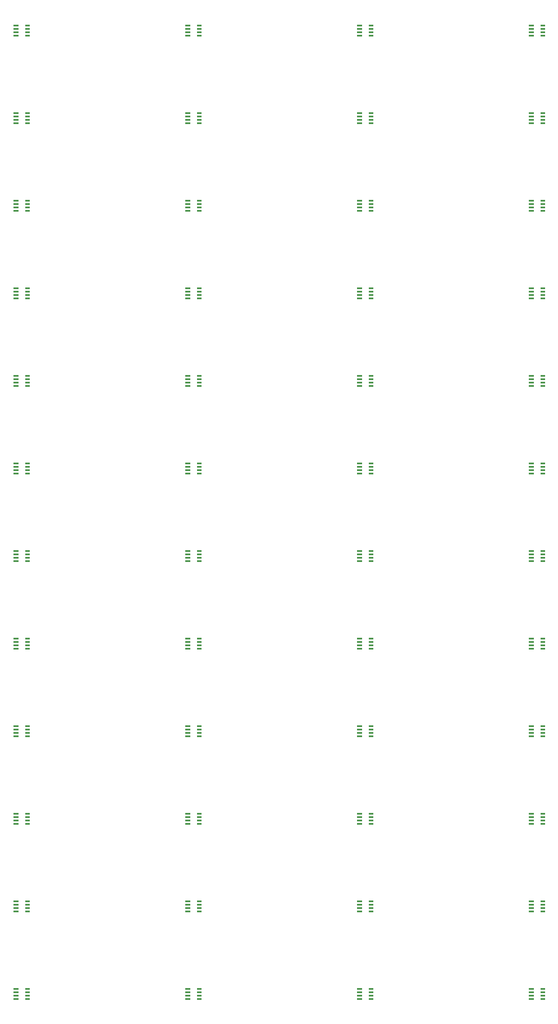
<source format=gbp>
G04 EAGLE Gerber RS-274X export*
G75*
%MOMM*%
%FSLAX34Y34*%
%LPD*%
%INSolderpaste Bottom*%
%IPPOS*%
%AMOC8*
5,1,8,0,0,1.08239X$1,22.5*%
G01*
%ADD10C,0.102000*%


D10*
X121200Y54890D02*
X115020Y54890D01*
X115020Y56870D01*
X121200Y56870D01*
X121200Y54890D01*
X121200Y55859D02*
X115020Y55859D01*
X115020Y56828D02*
X121200Y56828D01*
X121200Y59890D02*
X115020Y59890D01*
X115020Y61870D01*
X121200Y61870D01*
X121200Y59890D01*
X121200Y60859D02*
X115020Y60859D01*
X115020Y61828D02*
X121200Y61828D01*
X121200Y64890D02*
X115020Y64890D01*
X115020Y66870D01*
X121200Y66870D01*
X121200Y64890D01*
X121200Y65859D02*
X115020Y65859D01*
X115020Y66828D02*
X121200Y66828D01*
X121200Y69890D02*
X115020Y69890D01*
X115020Y71870D01*
X121200Y71870D01*
X121200Y69890D01*
X121200Y70859D02*
X115020Y70859D01*
X115020Y71828D02*
X121200Y71828D01*
X132220Y69890D02*
X138400Y69890D01*
X132220Y69890D02*
X132220Y71870D01*
X138400Y71870D01*
X138400Y69890D01*
X138400Y70859D02*
X132220Y70859D01*
X132220Y71828D02*
X138400Y71828D01*
X138400Y64890D02*
X132220Y64890D01*
X132220Y66870D01*
X138400Y66870D01*
X138400Y64890D01*
X138400Y65859D02*
X132220Y65859D01*
X132220Y66828D02*
X138400Y66828D01*
X138400Y59890D02*
X132220Y59890D01*
X132220Y61870D01*
X138400Y61870D01*
X138400Y59890D01*
X138400Y60859D02*
X132220Y60859D01*
X132220Y61828D02*
X138400Y61828D01*
X138400Y54890D02*
X132220Y54890D01*
X132220Y56870D01*
X138400Y56870D01*
X138400Y54890D01*
X138400Y55859D02*
X132220Y55859D01*
X132220Y56828D02*
X138400Y56828D01*
X374100Y54890D02*
X380280Y54890D01*
X374100Y54890D02*
X374100Y56870D01*
X380280Y56870D01*
X380280Y54890D01*
X380280Y55859D02*
X374100Y55859D01*
X374100Y56828D02*
X380280Y56828D01*
X380280Y59890D02*
X374100Y59890D01*
X374100Y61870D01*
X380280Y61870D01*
X380280Y59890D01*
X380280Y60859D02*
X374100Y60859D01*
X374100Y61828D02*
X380280Y61828D01*
X380280Y64890D02*
X374100Y64890D01*
X374100Y66870D01*
X380280Y66870D01*
X380280Y64890D01*
X380280Y65859D02*
X374100Y65859D01*
X374100Y66828D02*
X380280Y66828D01*
X380280Y69890D02*
X374100Y69890D01*
X374100Y71870D01*
X380280Y71870D01*
X380280Y69890D01*
X380280Y70859D02*
X374100Y70859D01*
X374100Y71828D02*
X380280Y71828D01*
X391300Y69890D02*
X397480Y69890D01*
X391300Y69890D02*
X391300Y71870D01*
X397480Y71870D01*
X397480Y69890D01*
X397480Y70859D02*
X391300Y70859D01*
X391300Y71828D02*
X397480Y71828D01*
X397480Y64890D02*
X391300Y64890D01*
X391300Y66870D01*
X397480Y66870D01*
X397480Y64890D01*
X397480Y65859D02*
X391300Y65859D01*
X391300Y66828D02*
X397480Y66828D01*
X397480Y59890D02*
X391300Y59890D01*
X391300Y61870D01*
X397480Y61870D01*
X397480Y59890D01*
X397480Y60859D02*
X391300Y60859D01*
X391300Y61828D02*
X397480Y61828D01*
X397480Y54890D02*
X391300Y54890D01*
X391300Y56870D01*
X397480Y56870D01*
X397480Y54890D01*
X397480Y55859D02*
X391300Y55859D01*
X391300Y56828D02*
X397480Y56828D01*
X633180Y54890D02*
X639360Y54890D01*
X633180Y54890D02*
X633180Y56870D01*
X639360Y56870D01*
X639360Y54890D01*
X639360Y55859D02*
X633180Y55859D01*
X633180Y56828D02*
X639360Y56828D01*
X639360Y59890D02*
X633180Y59890D01*
X633180Y61870D01*
X639360Y61870D01*
X639360Y59890D01*
X639360Y60859D02*
X633180Y60859D01*
X633180Y61828D02*
X639360Y61828D01*
X639360Y64890D02*
X633180Y64890D01*
X633180Y66870D01*
X639360Y66870D01*
X639360Y64890D01*
X639360Y65859D02*
X633180Y65859D01*
X633180Y66828D02*
X639360Y66828D01*
X639360Y69890D02*
X633180Y69890D01*
X633180Y71870D01*
X639360Y71870D01*
X639360Y69890D01*
X639360Y70859D02*
X633180Y70859D01*
X633180Y71828D02*
X639360Y71828D01*
X650380Y69890D02*
X656560Y69890D01*
X650380Y69890D02*
X650380Y71870D01*
X656560Y71870D01*
X656560Y69890D01*
X656560Y70859D02*
X650380Y70859D01*
X650380Y71828D02*
X656560Y71828D01*
X656560Y64890D02*
X650380Y64890D01*
X650380Y66870D01*
X656560Y66870D01*
X656560Y64890D01*
X656560Y65859D02*
X650380Y65859D01*
X650380Y66828D02*
X656560Y66828D01*
X656560Y59890D02*
X650380Y59890D01*
X650380Y61870D01*
X656560Y61870D01*
X656560Y59890D01*
X656560Y60859D02*
X650380Y60859D01*
X650380Y61828D02*
X656560Y61828D01*
X656560Y54890D02*
X650380Y54890D01*
X650380Y56870D01*
X656560Y56870D01*
X656560Y54890D01*
X656560Y55859D02*
X650380Y55859D01*
X650380Y56828D02*
X656560Y56828D01*
X892260Y54890D02*
X898440Y54890D01*
X892260Y54890D02*
X892260Y56870D01*
X898440Y56870D01*
X898440Y54890D01*
X898440Y55859D02*
X892260Y55859D01*
X892260Y56828D02*
X898440Y56828D01*
X898440Y59890D02*
X892260Y59890D01*
X892260Y61870D01*
X898440Y61870D01*
X898440Y59890D01*
X898440Y60859D02*
X892260Y60859D01*
X892260Y61828D02*
X898440Y61828D01*
X898440Y64890D02*
X892260Y64890D01*
X892260Y66870D01*
X898440Y66870D01*
X898440Y64890D01*
X898440Y65859D02*
X892260Y65859D01*
X892260Y66828D02*
X898440Y66828D01*
X898440Y69890D02*
X892260Y69890D01*
X892260Y71870D01*
X898440Y71870D01*
X898440Y69890D01*
X898440Y70859D02*
X892260Y70859D01*
X892260Y71828D02*
X898440Y71828D01*
X909460Y69890D02*
X915640Y69890D01*
X909460Y69890D02*
X909460Y71870D01*
X915640Y71870D01*
X915640Y69890D01*
X915640Y70859D02*
X909460Y70859D01*
X909460Y71828D02*
X915640Y71828D01*
X915640Y64890D02*
X909460Y64890D01*
X909460Y66870D01*
X915640Y66870D01*
X915640Y64890D01*
X915640Y65859D02*
X909460Y65859D01*
X909460Y66828D02*
X915640Y66828D01*
X915640Y59890D02*
X909460Y59890D01*
X909460Y61870D01*
X915640Y61870D01*
X915640Y59890D01*
X915640Y60859D02*
X909460Y60859D01*
X909460Y61828D02*
X915640Y61828D01*
X915640Y54890D02*
X909460Y54890D01*
X909460Y56870D01*
X915640Y56870D01*
X915640Y54890D01*
X915640Y55859D02*
X909460Y55859D01*
X909460Y56828D02*
X915640Y56828D01*
X121200Y186970D02*
X115020Y186970D01*
X115020Y188950D01*
X121200Y188950D01*
X121200Y186970D01*
X121200Y187939D02*
X115020Y187939D01*
X115020Y188908D02*
X121200Y188908D01*
X121200Y191970D02*
X115020Y191970D01*
X115020Y193950D01*
X121200Y193950D01*
X121200Y191970D01*
X121200Y192939D02*
X115020Y192939D01*
X115020Y193908D02*
X121200Y193908D01*
X121200Y196970D02*
X115020Y196970D01*
X115020Y198950D01*
X121200Y198950D01*
X121200Y196970D01*
X121200Y197939D02*
X115020Y197939D01*
X115020Y198908D02*
X121200Y198908D01*
X121200Y201970D02*
X115020Y201970D01*
X115020Y203950D01*
X121200Y203950D01*
X121200Y201970D01*
X121200Y202939D02*
X115020Y202939D01*
X115020Y203908D02*
X121200Y203908D01*
X132220Y201970D02*
X138400Y201970D01*
X132220Y201970D02*
X132220Y203950D01*
X138400Y203950D01*
X138400Y201970D01*
X138400Y202939D02*
X132220Y202939D01*
X132220Y203908D02*
X138400Y203908D01*
X138400Y196970D02*
X132220Y196970D01*
X132220Y198950D01*
X138400Y198950D01*
X138400Y196970D01*
X138400Y197939D02*
X132220Y197939D01*
X132220Y198908D02*
X138400Y198908D01*
X138400Y191970D02*
X132220Y191970D01*
X132220Y193950D01*
X138400Y193950D01*
X138400Y191970D01*
X138400Y192939D02*
X132220Y192939D01*
X132220Y193908D02*
X138400Y193908D01*
X138400Y186970D02*
X132220Y186970D01*
X132220Y188950D01*
X138400Y188950D01*
X138400Y186970D01*
X138400Y187939D02*
X132220Y187939D01*
X132220Y188908D02*
X138400Y188908D01*
X374100Y186970D02*
X380280Y186970D01*
X374100Y186970D02*
X374100Y188950D01*
X380280Y188950D01*
X380280Y186970D01*
X380280Y187939D02*
X374100Y187939D01*
X374100Y188908D02*
X380280Y188908D01*
X380280Y191970D02*
X374100Y191970D01*
X374100Y193950D01*
X380280Y193950D01*
X380280Y191970D01*
X380280Y192939D02*
X374100Y192939D01*
X374100Y193908D02*
X380280Y193908D01*
X380280Y196970D02*
X374100Y196970D01*
X374100Y198950D01*
X380280Y198950D01*
X380280Y196970D01*
X380280Y197939D02*
X374100Y197939D01*
X374100Y198908D02*
X380280Y198908D01*
X380280Y201970D02*
X374100Y201970D01*
X374100Y203950D01*
X380280Y203950D01*
X380280Y201970D01*
X380280Y202939D02*
X374100Y202939D01*
X374100Y203908D02*
X380280Y203908D01*
X391300Y201970D02*
X397480Y201970D01*
X391300Y201970D02*
X391300Y203950D01*
X397480Y203950D01*
X397480Y201970D01*
X397480Y202939D02*
X391300Y202939D01*
X391300Y203908D02*
X397480Y203908D01*
X397480Y196970D02*
X391300Y196970D01*
X391300Y198950D01*
X397480Y198950D01*
X397480Y196970D01*
X397480Y197939D02*
X391300Y197939D01*
X391300Y198908D02*
X397480Y198908D01*
X397480Y191970D02*
X391300Y191970D01*
X391300Y193950D01*
X397480Y193950D01*
X397480Y191970D01*
X397480Y192939D02*
X391300Y192939D01*
X391300Y193908D02*
X397480Y193908D01*
X397480Y186970D02*
X391300Y186970D01*
X391300Y188950D01*
X397480Y188950D01*
X397480Y186970D01*
X397480Y187939D02*
X391300Y187939D01*
X391300Y188908D02*
X397480Y188908D01*
X633180Y186970D02*
X639360Y186970D01*
X633180Y186970D02*
X633180Y188950D01*
X639360Y188950D01*
X639360Y186970D01*
X639360Y187939D02*
X633180Y187939D01*
X633180Y188908D02*
X639360Y188908D01*
X639360Y191970D02*
X633180Y191970D01*
X633180Y193950D01*
X639360Y193950D01*
X639360Y191970D01*
X639360Y192939D02*
X633180Y192939D01*
X633180Y193908D02*
X639360Y193908D01*
X639360Y196970D02*
X633180Y196970D01*
X633180Y198950D01*
X639360Y198950D01*
X639360Y196970D01*
X639360Y197939D02*
X633180Y197939D01*
X633180Y198908D02*
X639360Y198908D01*
X639360Y201970D02*
X633180Y201970D01*
X633180Y203950D01*
X639360Y203950D01*
X639360Y201970D01*
X639360Y202939D02*
X633180Y202939D01*
X633180Y203908D02*
X639360Y203908D01*
X650380Y201970D02*
X656560Y201970D01*
X650380Y201970D02*
X650380Y203950D01*
X656560Y203950D01*
X656560Y201970D01*
X656560Y202939D02*
X650380Y202939D01*
X650380Y203908D02*
X656560Y203908D01*
X656560Y196970D02*
X650380Y196970D01*
X650380Y198950D01*
X656560Y198950D01*
X656560Y196970D01*
X656560Y197939D02*
X650380Y197939D01*
X650380Y198908D02*
X656560Y198908D01*
X656560Y191970D02*
X650380Y191970D01*
X650380Y193950D01*
X656560Y193950D01*
X656560Y191970D01*
X656560Y192939D02*
X650380Y192939D01*
X650380Y193908D02*
X656560Y193908D01*
X656560Y186970D02*
X650380Y186970D01*
X650380Y188950D01*
X656560Y188950D01*
X656560Y186970D01*
X656560Y187939D02*
X650380Y187939D01*
X650380Y188908D02*
X656560Y188908D01*
X892260Y186970D02*
X898440Y186970D01*
X892260Y186970D02*
X892260Y188950D01*
X898440Y188950D01*
X898440Y186970D01*
X898440Y187939D02*
X892260Y187939D01*
X892260Y188908D02*
X898440Y188908D01*
X898440Y191970D02*
X892260Y191970D01*
X892260Y193950D01*
X898440Y193950D01*
X898440Y191970D01*
X898440Y192939D02*
X892260Y192939D01*
X892260Y193908D02*
X898440Y193908D01*
X898440Y196970D02*
X892260Y196970D01*
X892260Y198950D01*
X898440Y198950D01*
X898440Y196970D01*
X898440Y197939D02*
X892260Y197939D01*
X892260Y198908D02*
X898440Y198908D01*
X898440Y201970D02*
X892260Y201970D01*
X892260Y203950D01*
X898440Y203950D01*
X898440Y201970D01*
X898440Y202939D02*
X892260Y202939D01*
X892260Y203908D02*
X898440Y203908D01*
X909460Y201970D02*
X915640Y201970D01*
X909460Y201970D02*
X909460Y203950D01*
X915640Y203950D01*
X915640Y201970D01*
X915640Y202939D02*
X909460Y202939D01*
X909460Y203908D02*
X915640Y203908D01*
X915640Y196970D02*
X909460Y196970D01*
X909460Y198950D01*
X915640Y198950D01*
X915640Y196970D01*
X915640Y197939D02*
X909460Y197939D01*
X909460Y198908D02*
X915640Y198908D01*
X915640Y191970D02*
X909460Y191970D01*
X909460Y193950D01*
X915640Y193950D01*
X915640Y191970D01*
X915640Y192939D02*
X909460Y192939D01*
X909460Y193908D02*
X915640Y193908D01*
X915640Y186970D02*
X909460Y186970D01*
X909460Y188950D01*
X915640Y188950D01*
X915640Y186970D01*
X915640Y187939D02*
X909460Y187939D01*
X909460Y188908D02*
X915640Y188908D01*
X121200Y319050D02*
X115020Y319050D01*
X115020Y321030D01*
X121200Y321030D01*
X121200Y319050D01*
X121200Y320019D02*
X115020Y320019D01*
X115020Y320988D02*
X121200Y320988D01*
X121200Y324050D02*
X115020Y324050D01*
X115020Y326030D01*
X121200Y326030D01*
X121200Y324050D01*
X121200Y325019D02*
X115020Y325019D01*
X115020Y325988D02*
X121200Y325988D01*
X121200Y329050D02*
X115020Y329050D01*
X115020Y331030D01*
X121200Y331030D01*
X121200Y329050D01*
X121200Y330019D02*
X115020Y330019D01*
X115020Y330988D02*
X121200Y330988D01*
X121200Y334050D02*
X115020Y334050D01*
X115020Y336030D01*
X121200Y336030D01*
X121200Y334050D01*
X121200Y335019D02*
X115020Y335019D01*
X115020Y335988D02*
X121200Y335988D01*
X132220Y334050D02*
X138400Y334050D01*
X132220Y334050D02*
X132220Y336030D01*
X138400Y336030D01*
X138400Y334050D01*
X138400Y335019D02*
X132220Y335019D01*
X132220Y335988D02*
X138400Y335988D01*
X138400Y329050D02*
X132220Y329050D01*
X132220Y331030D01*
X138400Y331030D01*
X138400Y329050D01*
X138400Y330019D02*
X132220Y330019D01*
X132220Y330988D02*
X138400Y330988D01*
X138400Y324050D02*
X132220Y324050D01*
X132220Y326030D01*
X138400Y326030D01*
X138400Y324050D01*
X138400Y325019D02*
X132220Y325019D01*
X132220Y325988D02*
X138400Y325988D01*
X138400Y319050D02*
X132220Y319050D01*
X132220Y321030D01*
X138400Y321030D01*
X138400Y319050D01*
X138400Y320019D02*
X132220Y320019D01*
X132220Y320988D02*
X138400Y320988D01*
X374100Y319050D02*
X380280Y319050D01*
X374100Y319050D02*
X374100Y321030D01*
X380280Y321030D01*
X380280Y319050D01*
X380280Y320019D02*
X374100Y320019D01*
X374100Y320988D02*
X380280Y320988D01*
X380280Y324050D02*
X374100Y324050D01*
X374100Y326030D01*
X380280Y326030D01*
X380280Y324050D01*
X380280Y325019D02*
X374100Y325019D01*
X374100Y325988D02*
X380280Y325988D01*
X380280Y329050D02*
X374100Y329050D01*
X374100Y331030D01*
X380280Y331030D01*
X380280Y329050D01*
X380280Y330019D02*
X374100Y330019D01*
X374100Y330988D02*
X380280Y330988D01*
X380280Y334050D02*
X374100Y334050D01*
X374100Y336030D01*
X380280Y336030D01*
X380280Y334050D01*
X380280Y335019D02*
X374100Y335019D01*
X374100Y335988D02*
X380280Y335988D01*
X391300Y334050D02*
X397480Y334050D01*
X391300Y334050D02*
X391300Y336030D01*
X397480Y336030D01*
X397480Y334050D01*
X397480Y335019D02*
X391300Y335019D01*
X391300Y335988D02*
X397480Y335988D01*
X397480Y329050D02*
X391300Y329050D01*
X391300Y331030D01*
X397480Y331030D01*
X397480Y329050D01*
X397480Y330019D02*
X391300Y330019D01*
X391300Y330988D02*
X397480Y330988D01*
X397480Y324050D02*
X391300Y324050D01*
X391300Y326030D01*
X397480Y326030D01*
X397480Y324050D01*
X397480Y325019D02*
X391300Y325019D01*
X391300Y325988D02*
X397480Y325988D01*
X397480Y319050D02*
X391300Y319050D01*
X391300Y321030D01*
X397480Y321030D01*
X397480Y319050D01*
X397480Y320019D02*
X391300Y320019D01*
X391300Y320988D02*
X397480Y320988D01*
X633180Y319050D02*
X639360Y319050D01*
X633180Y319050D02*
X633180Y321030D01*
X639360Y321030D01*
X639360Y319050D01*
X639360Y320019D02*
X633180Y320019D01*
X633180Y320988D02*
X639360Y320988D01*
X639360Y324050D02*
X633180Y324050D01*
X633180Y326030D01*
X639360Y326030D01*
X639360Y324050D01*
X639360Y325019D02*
X633180Y325019D01*
X633180Y325988D02*
X639360Y325988D01*
X639360Y329050D02*
X633180Y329050D01*
X633180Y331030D01*
X639360Y331030D01*
X639360Y329050D01*
X639360Y330019D02*
X633180Y330019D01*
X633180Y330988D02*
X639360Y330988D01*
X639360Y334050D02*
X633180Y334050D01*
X633180Y336030D01*
X639360Y336030D01*
X639360Y334050D01*
X639360Y335019D02*
X633180Y335019D01*
X633180Y335988D02*
X639360Y335988D01*
X650380Y334050D02*
X656560Y334050D01*
X650380Y334050D02*
X650380Y336030D01*
X656560Y336030D01*
X656560Y334050D01*
X656560Y335019D02*
X650380Y335019D01*
X650380Y335988D02*
X656560Y335988D01*
X656560Y329050D02*
X650380Y329050D01*
X650380Y331030D01*
X656560Y331030D01*
X656560Y329050D01*
X656560Y330019D02*
X650380Y330019D01*
X650380Y330988D02*
X656560Y330988D01*
X656560Y324050D02*
X650380Y324050D01*
X650380Y326030D01*
X656560Y326030D01*
X656560Y324050D01*
X656560Y325019D02*
X650380Y325019D01*
X650380Y325988D02*
X656560Y325988D01*
X656560Y319050D02*
X650380Y319050D01*
X650380Y321030D01*
X656560Y321030D01*
X656560Y319050D01*
X656560Y320019D02*
X650380Y320019D01*
X650380Y320988D02*
X656560Y320988D01*
X892260Y319050D02*
X898440Y319050D01*
X892260Y319050D02*
X892260Y321030D01*
X898440Y321030D01*
X898440Y319050D01*
X898440Y320019D02*
X892260Y320019D01*
X892260Y320988D02*
X898440Y320988D01*
X898440Y324050D02*
X892260Y324050D01*
X892260Y326030D01*
X898440Y326030D01*
X898440Y324050D01*
X898440Y325019D02*
X892260Y325019D01*
X892260Y325988D02*
X898440Y325988D01*
X898440Y329050D02*
X892260Y329050D01*
X892260Y331030D01*
X898440Y331030D01*
X898440Y329050D01*
X898440Y330019D02*
X892260Y330019D01*
X892260Y330988D02*
X898440Y330988D01*
X898440Y334050D02*
X892260Y334050D01*
X892260Y336030D01*
X898440Y336030D01*
X898440Y334050D01*
X898440Y335019D02*
X892260Y335019D01*
X892260Y335988D02*
X898440Y335988D01*
X909460Y334050D02*
X915640Y334050D01*
X909460Y334050D02*
X909460Y336030D01*
X915640Y336030D01*
X915640Y334050D01*
X915640Y335019D02*
X909460Y335019D01*
X909460Y335988D02*
X915640Y335988D01*
X915640Y329050D02*
X909460Y329050D01*
X909460Y331030D01*
X915640Y331030D01*
X915640Y329050D01*
X915640Y330019D02*
X909460Y330019D01*
X909460Y330988D02*
X915640Y330988D01*
X915640Y324050D02*
X909460Y324050D01*
X909460Y326030D01*
X915640Y326030D01*
X915640Y324050D01*
X915640Y325019D02*
X909460Y325019D01*
X909460Y325988D02*
X915640Y325988D01*
X915640Y319050D02*
X909460Y319050D01*
X909460Y321030D01*
X915640Y321030D01*
X915640Y319050D01*
X915640Y320019D02*
X909460Y320019D01*
X909460Y320988D02*
X915640Y320988D01*
X121200Y451130D02*
X115020Y451130D01*
X115020Y453110D01*
X121200Y453110D01*
X121200Y451130D01*
X121200Y452099D02*
X115020Y452099D01*
X115020Y453068D02*
X121200Y453068D01*
X121200Y456130D02*
X115020Y456130D01*
X115020Y458110D01*
X121200Y458110D01*
X121200Y456130D01*
X121200Y457099D02*
X115020Y457099D01*
X115020Y458068D02*
X121200Y458068D01*
X121200Y461130D02*
X115020Y461130D01*
X115020Y463110D01*
X121200Y463110D01*
X121200Y461130D01*
X121200Y462099D02*
X115020Y462099D01*
X115020Y463068D02*
X121200Y463068D01*
X121200Y466130D02*
X115020Y466130D01*
X115020Y468110D01*
X121200Y468110D01*
X121200Y466130D01*
X121200Y467099D02*
X115020Y467099D01*
X115020Y468068D02*
X121200Y468068D01*
X132220Y466130D02*
X138400Y466130D01*
X132220Y466130D02*
X132220Y468110D01*
X138400Y468110D01*
X138400Y466130D01*
X138400Y467099D02*
X132220Y467099D01*
X132220Y468068D02*
X138400Y468068D01*
X138400Y461130D02*
X132220Y461130D01*
X132220Y463110D01*
X138400Y463110D01*
X138400Y461130D01*
X138400Y462099D02*
X132220Y462099D01*
X132220Y463068D02*
X138400Y463068D01*
X138400Y456130D02*
X132220Y456130D01*
X132220Y458110D01*
X138400Y458110D01*
X138400Y456130D01*
X138400Y457099D02*
X132220Y457099D01*
X132220Y458068D02*
X138400Y458068D01*
X138400Y451130D02*
X132220Y451130D01*
X132220Y453110D01*
X138400Y453110D01*
X138400Y451130D01*
X138400Y452099D02*
X132220Y452099D01*
X132220Y453068D02*
X138400Y453068D01*
X374100Y451130D02*
X380280Y451130D01*
X374100Y451130D02*
X374100Y453110D01*
X380280Y453110D01*
X380280Y451130D01*
X380280Y452099D02*
X374100Y452099D01*
X374100Y453068D02*
X380280Y453068D01*
X380280Y456130D02*
X374100Y456130D01*
X374100Y458110D01*
X380280Y458110D01*
X380280Y456130D01*
X380280Y457099D02*
X374100Y457099D01*
X374100Y458068D02*
X380280Y458068D01*
X380280Y461130D02*
X374100Y461130D01*
X374100Y463110D01*
X380280Y463110D01*
X380280Y461130D01*
X380280Y462099D02*
X374100Y462099D01*
X374100Y463068D02*
X380280Y463068D01*
X380280Y466130D02*
X374100Y466130D01*
X374100Y468110D01*
X380280Y468110D01*
X380280Y466130D01*
X380280Y467099D02*
X374100Y467099D01*
X374100Y468068D02*
X380280Y468068D01*
X391300Y466130D02*
X397480Y466130D01*
X391300Y466130D02*
X391300Y468110D01*
X397480Y468110D01*
X397480Y466130D01*
X397480Y467099D02*
X391300Y467099D01*
X391300Y468068D02*
X397480Y468068D01*
X397480Y461130D02*
X391300Y461130D01*
X391300Y463110D01*
X397480Y463110D01*
X397480Y461130D01*
X397480Y462099D02*
X391300Y462099D01*
X391300Y463068D02*
X397480Y463068D01*
X397480Y456130D02*
X391300Y456130D01*
X391300Y458110D01*
X397480Y458110D01*
X397480Y456130D01*
X397480Y457099D02*
X391300Y457099D01*
X391300Y458068D02*
X397480Y458068D01*
X397480Y451130D02*
X391300Y451130D01*
X391300Y453110D01*
X397480Y453110D01*
X397480Y451130D01*
X397480Y452099D02*
X391300Y452099D01*
X391300Y453068D02*
X397480Y453068D01*
X633180Y451130D02*
X639360Y451130D01*
X633180Y451130D02*
X633180Y453110D01*
X639360Y453110D01*
X639360Y451130D01*
X639360Y452099D02*
X633180Y452099D01*
X633180Y453068D02*
X639360Y453068D01*
X639360Y456130D02*
X633180Y456130D01*
X633180Y458110D01*
X639360Y458110D01*
X639360Y456130D01*
X639360Y457099D02*
X633180Y457099D01*
X633180Y458068D02*
X639360Y458068D01*
X639360Y461130D02*
X633180Y461130D01*
X633180Y463110D01*
X639360Y463110D01*
X639360Y461130D01*
X639360Y462099D02*
X633180Y462099D01*
X633180Y463068D02*
X639360Y463068D01*
X639360Y466130D02*
X633180Y466130D01*
X633180Y468110D01*
X639360Y468110D01*
X639360Y466130D01*
X639360Y467099D02*
X633180Y467099D01*
X633180Y468068D02*
X639360Y468068D01*
X650380Y466130D02*
X656560Y466130D01*
X650380Y466130D02*
X650380Y468110D01*
X656560Y468110D01*
X656560Y466130D01*
X656560Y467099D02*
X650380Y467099D01*
X650380Y468068D02*
X656560Y468068D01*
X656560Y461130D02*
X650380Y461130D01*
X650380Y463110D01*
X656560Y463110D01*
X656560Y461130D01*
X656560Y462099D02*
X650380Y462099D01*
X650380Y463068D02*
X656560Y463068D01*
X656560Y456130D02*
X650380Y456130D01*
X650380Y458110D01*
X656560Y458110D01*
X656560Y456130D01*
X656560Y457099D02*
X650380Y457099D01*
X650380Y458068D02*
X656560Y458068D01*
X656560Y451130D02*
X650380Y451130D01*
X650380Y453110D01*
X656560Y453110D01*
X656560Y451130D01*
X656560Y452099D02*
X650380Y452099D01*
X650380Y453068D02*
X656560Y453068D01*
X892260Y451130D02*
X898440Y451130D01*
X892260Y451130D02*
X892260Y453110D01*
X898440Y453110D01*
X898440Y451130D01*
X898440Y452099D02*
X892260Y452099D01*
X892260Y453068D02*
X898440Y453068D01*
X898440Y456130D02*
X892260Y456130D01*
X892260Y458110D01*
X898440Y458110D01*
X898440Y456130D01*
X898440Y457099D02*
X892260Y457099D01*
X892260Y458068D02*
X898440Y458068D01*
X898440Y461130D02*
X892260Y461130D01*
X892260Y463110D01*
X898440Y463110D01*
X898440Y461130D01*
X898440Y462099D02*
X892260Y462099D01*
X892260Y463068D02*
X898440Y463068D01*
X898440Y466130D02*
X892260Y466130D01*
X892260Y468110D01*
X898440Y468110D01*
X898440Y466130D01*
X898440Y467099D02*
X892260Y467099D01*
X892260Y468068D02*
X898440Y468068D01*
X909460Y466130D02*
X915640Y466130D01*
X909460Y466130D02*
X909460Y468110D01*
X915640Y468110D01*
X915640Y466130D01*
X915640Y467099D02*
X909460Y467099D01*
X909460Y468068D02*
X915640Y468068D01*
X915640Y461130D02*
X909460Y461130D01*
X909460Y463110D01*
X915640Y463110D01*
X915640Y461130D01*
X915640Y462099D02*
X909460Y462099D01*
X909460Y463068D02*
X915640Y463068D01*
X915640Y456130D02*
X909460Y456130D01*
X909460Y458110D01*
X915640Y458110D01*
X915640Y456130D01*
X915640Y457099D02*
X909460Y457099D01*
X909460Y458068D02*
X915640Y458068D01*
X915640Y451130D02*
X909460Y451130D01*
X909460Y453110D01*
X915640Y453110D01*
X915640Y451130D01*
X915640Y452099D02*
X909460Y452099D01*
X909460Y453068D02*
X915640Y453068D01*
X121200Y583210D02*
X115020Y583210D01*
X115020Y585190D01*
X121200Y585190D01*
X121200Y583210D01*
X121200Y584179D02*
X115020Y584179D01*
X115020Y585148D02*
X121200Y585148D01*
X121200Y588210D02*
X115020Y588210D01*
X115020Y590190D01*
X121200Y590190D01*
X121200Y588210D01*
X121200Y589179D02*
X115020Y589179D01*
X115020Y590148D02*
X121200Y590148D01*
X121200Y593210D02*
X115020Y593210D01*
X115020Y595190D01*
X121200Y595190D01*
X121200Y593210D01*
X121200Y594179D02*
X115020Y594179D01*
X115020Y595148D02*
X121200Y595148D01*
X121200Y598210D02*
X115020Y598210D01*
X115020Y600190D01*
X121200Y600190D01*
X121200Y598210D01*
X121200Y599179D02*
X115020Y599179D01*
X115020Y600148D02*
X121200Y600148D01*
X132220Y598210D02*
X138400Y598210D01*
X132220Y598210D02*
X132220Y600190D01*
X138400Y600190D01*
X138400Y598210D01*
X138400Y599179D02*
X132220Y599179D01*
X132220Y600148D02*
X138400Y600148D01*
X138400Y593210D02*
X132220Y593210D01*
X132220Y595190D01*
X138400Y595190D01*
X138400Y593210D01*
X138400Y594179D02*
X132220Y594179D01*
X132220Y595148D02*
X138400Y595148D01*
X138400Y588210D02*
X132220Y588210D01*
X132220Y590190D01*
X138400Y590190D01*
X138400Y588210D01*
X138400Y589179D02*
X132220Y589179D01*
X132220Y590148D02*
X138400Y590148D01*
X138400Y583210D02*
X132220Y583210D01*
X132220Y585190D01*
X138400Y585190D01*
X138400Y583210D01*
X138400Y584179D02*
X132220Y584179D01*
X132220Y585148D02*
X138400Y585148D01*
X374100Y583210D02*
X380280Y583210D01*
X374100Y583210D02*
X374100Y585190D01*
X380280Y585190D01*
X380280Y583210D01*
X380280Y584179D02*
X374100Y584179D01*
X374100Y585148D02*
X380280Y585148D01*
X380280Y588210D02*
X374100Y588210D01*
X374100Y590190D01*
X380280Y590190D01*
X380280Y588210D01*
X380280Y589179D02*
X374100Y589179D01*
X374100Y590148D02*
X380280Y590148D01*
X380280Y593210D02*
X374100Y593210D01*
X374100Y595190D01*
X380280Y595190D01*
X380280Y593210D01*
X380280Y594179D02*
X374100Y594179D01*
X374100Y595148D02*
X380280Y595148D01*
X380280Y598210D02*
X374100Y598210D01*
X374100Y600190D01*
X380280Y600190D01*
X380280Y598210D01*
X380280Y599179D02*
X374100Y599179D01*
X374100Y600148D02*
X380280Y600148D01*
X391300Y598210D02*
X397480Y598210D01*
X391300Y598210D02*
X391300Y600190D01*
X397480Y600190D01*
X397480Y598210D01*
X397480Y599179D02*
X391300Y599179D01*
X391300Y600148D02*
X397480Y600148D01*
X397480Y593210D02*
X391300Y593210D01*
X391300Y595190D01*
X397480Y595190D01*
X397480Y593210D01*
X397480Y594179D02*
X391300Y594179D01*
X391300Y595148D02*
X397480Y595148D01*
X397480Y588210D02*
X391300Y588210D01*
X391300Y590190D01*
X397480Y590190D01*
X397480Y588210D01*
X397480Y589179D02*
X391300Y589179D01*
X391300Y590148D02*
X397480Y590148D01*
X397480Y583210D02*
X391300Y583210D01*
X391300Y585190D01*
X397480Y585190D01*
X397480Y583210D01*
X397480Y584179D02*
X391300Y584179D01*
X391300Y585148D02*
X397480Y585148D01*
X633180Y583210D02*
X639360Y583210D01*
X633180Y583210D02*
X633180Y585190D01*
X639360Y585190D01*
X639360Y583210D01*
X639360Y584179D02*
X633180Y584179D01*
X633180Y585148D02*
X639360Y585148D01*
X639360Y588210D02*
X633180Y588210D01*
X633180Y590190D01*
X639360Y590190D01*
X639360Y588210D01*
X639360Y589179D02*
X633180Y589179D01*
X633180Y590148D02*
X639360Y590148D01*
X639360Y593210D02*
X633180Y593210D01*
X633180Y595190D01*
X639360Y595190D01*
X639360Y593210D01*
X639360Y594179D02*
X633180Y594179D01*
X633180Y595148D02*
X639360Y595148D01*
X639360Y598210D02*
X633180Y598210D01*
X633180Y600190D01*
X639360Y600190D01*
X639360Y598210D01*
X639360Y599179D02*
X633180Y599179D01*
X633180Y600148D02*
X639360Y600148D01*
X650380Y598210D02*
X656560Y598210D01*
X650380Y598210D02*
X650380Y600190D01*
X656560Y600190D01*
X656560Y598210D01*
X656560Y599179D02*
X650380Y599179D01*
X650380Y600148D02*
X656560Y600148D01*
X656560Y593210D02*
X650380Y593210D01*
X650380Y595190D01*
X656560Y595190D01*
X656560Y593210D01*
X656560Y594179D02*
X650380Y594179D01*
X650380Y595148D02*
X656560Y595148D01*
X656560Y588210D02*
X650380Y588210D01*
X650380Y590190D01*
X656560Y590190D01*
X656560Y588210D01*
X656560Y589179D02*
X650380Y589179D01*
X650380Y590148D02*
X656560Y590148D01*
X656560Y583210D02*
X650380Y583210D01*
X650380Y585190D01*
X656560Y585190D01*
X656560Y583210D01*
X656560Y584179D02*
X650380Y584179D01*
X650380Y585148D02*
X656560Y585148D01*
X892260Y583210D02*
X898440Y583210D01*
X892260Y583210D02*
X892260Y585190D01*
X898440Y585190D01*
X898440Y583210D01*
X898440Y584179D02*
X892260Y584179D01*
X892260Y585148D02*
X898440Y585148D01*
X898440Y588210D02*
X892260Y588210D01*
X892260Y590190D01*
X898440Y590190D01*
X898440Y588210D01*
X898440Y589179D02*
X892260Y589179D01*
X892260Y590148D02*
X898440Y590148D01*
X898440Y593210D02*
X892260Y593210D01*
X892260Y595190D01*
X898440Y595190D01*
X898440Y593210D01*
X898440Y594179D02*
X892260Y594179D01*
X892260Y595148D02*
X898440Y595148D01*
X898440Y598210D02*
X892260Y598210D01*
X892260Y600190D01*
X898440Y600190D01*
X898440Y598210D01*
X898440Y599179D02*
X892260Y599179D01*
X892260Y600148D02*
X898440Y600148D01*
X909460Y598210D02*
X915640Y598210D01*
X909460Y598210D02*
X909460Y600190D01*
X915640Y600190D01*
X915640Y598210D01*
X915640Y599179D02*
X909460Y599179D01*
X909460Y600148D02*
X915640Y600148D01*
X915640Y593210D02*
X909460Y593210D01*
X909460Y595190D01*
X915640Y595190D01*
X915640Y593210D01*
X915640Y594179D02*
X909460Y594179D01*
X909460Y595148D02*
X915640Y595148D01*
X915640Y588210D02*
X909460Y588210D01*
X909460Y590190D01*
X915640Y590190D01*
X915640Y588210D01*
X915640Y589179D02*
X909460Y589179D01*
X909460Y590148D02*
X915640Y590148D01*
X915640Y583210D02*
X909460Y583210D01*
X909460Y585190D01*
X915640Y585190D01*
X915640Y583210D01*
X915640Y584179D02*
X909460Y584179D01*
X909460Y585148D02*
X915640Y585148D01*
X121200Y715290D02*
X115020Y715290D01*
X115020Y717270D01*
X121200Y717270D01*
X121200Y715290D01*
X121200Y716259D02*
X115020Y716259D01*
X115020Y717228D02*
X121200Y717228D01*
X121200Y720290D02*
X115020Y720290D01*
X115020Y722270D01*
X121200Y722270D01*
X121200Y720290D01*
X121200Y721259D02*
X115020Y721259D01*
X115020Y722228D02*
X121200Y722228D01*
X121200Y725290D02*
X115020Y725290D01*
X115020Y727270D01*
X121200Y727270D01*
X121200Y725290D01*
X121200Y726259D02*
X115020Y726259D01*
X115020Y727228D02*
X121200Y727228D01*
X121200Y730290D02*
X115020Y730290D01*
X115020Y732270D01*
X121200Y732270D01*
X121200Y730290D01*
X121200Y731259D02*
X115020Y731259D01*
X115020Y732228D02*
X121200Y732228D01*
X132220Y730290D02*
X138400Y730290D01*
X132220Y730290D02*
X132220Y732270D01*
X138400Y732270D01*
X138400Y730290D01*
X138400Y731259D02*
X132220Y731259D01*
X132220Y732228D02*
X138400Y732228D01*
X138400Y725290D02*
X132220Y725290D01*
X132220Y727270D01*
X138400Y727270D01*
X138400Y725290D01*
X138400Y726259D02*
X132220Y726259D01*
X132220Y727228D02*
X138400Y727228D01*
X138400Y720290D02*
X132220Y720290D01*
X132220Y722270D01*
X138400Y722270D01*
X138400Y720290D01*
X138400Y721259D02*
X132220Y721259D01*
X132220Y722228D02*
X138400Y722228D01*
X138400Y715290D02*
X132220Y715290D01*
X132220Y717270D01*
X138400Y717270D01*
X138400Y715290D01*
X138400Y716259D02*
X132220Y716259D01*
X132220Y717228D02*
X138400Y717228D01*
X374100Y715290D02*
X380280Y715290D01*
X374100Y715290D02*
X374100Y717270D01*
X380280Y717270D01*
X380280Y715290D01*
X380280Y716259D02*
X374100Y716259D01*
X374100Y717228D02*
X380280Y717228D01*
X380280Y720290D02*
X374100Y720290D01*
X374100Y722270D01*
X380280Y722270D01*
X380280Y720290D01*
X380280Y721259D02*
X374100Y721259D01*
X374100Y722228D02*
X380280Y722228D01*
X380280Y725290D02*
X374100Y725290D01*
X374100Y727270D01*
X380280Y727270D01*
X380280Y725290D01*
X380280Y726259D02*
X374100Y726259D01*
X374100Y727228D02*
X380280Y727228D01*
X380280Y730290D02*
X374100Y730290D01*
X374100Y732270D01*
X380280Y732270D01*
X380280Y730290D01*
X380280Y731259D02*
X374100Y731259D01*
X374100Y732228D02*
X380280Y732228D01*
X391300Y730290D02*
X397480Y730290D01*
X391300Y730290D02*
X391300Y732270D01*
X397480Y732270D01*
X397480Y730290D01*
X397480Y731259D02*
X391300Y731259D01*
X391300Y732228D02*
X397480Y732228D01*
X397480Y725290D02*
X391300Y725290D01*
X391300Y727270D01*
X397480Y727270D01*
X397480Y725290D01*
X397480Y726259D02*
X391300Y726259D01*
X391300Y727228D02*
X397480Y727228D01*
X397480Y720290D02*
X391300Y720290D01*
X391300Y722270D01*
X397480Y722270D01*
X397480Y720290D01*
X397480Y721259D02*
X391300Y721259D01*
X391300Y722228D02*
X397480Y722228D01*
X397480Y715290D02*
X391300Y715290D01*
X391300Y717270D01*
X397480Y717270D01*
X397480Y715290D01*
X397480Y716259D02*
X391300Y716259D01*
X391300Y717228D02*
X397480Y717228D01*
X633180Y715290D02*
X639360Y715290D01*
X633180Y715290D02*
X633180Y717270D01*
X639360Y717270D01*
X639360Y715290D01*
X639360Y716259D02*
X633180Y716259D01*
X633180Y717228D02*
X639360Y717228D01*
X639360Y720290D02*
X633180Y720290D01*
X633180Y722270D01*
X639360Y722270D01*
X639360Y720290D01*
X639360Y721259D02*
X633180Y721259D01*
X633180Y722228D02*
X639360Y722228D01*
X639360Y725290D02*
X633180Y725290D01*
X633180Y727270D01*
X639360Y727270D01*
X639360Y725290D01*
X639360Y726259D02*
X633180Y726259D01*
X633180Y727228D02*
X639360Y727228D01*
X639360Y730290D02*
X633180Y730290D01*
X633180Y732270D01*
X639360Y732270D01*
X639360Y730290D01*
X639360Y731259D02*
X633180Y731259D01*
X633180Y732228D02*
X639360Y732228D01*
X650380Y730290D02*
X656560Y730290D01*
X650380Y730290D02*
X650380Y732270D01*
X656560Y732270D01*
X656560Y730290D01*
X656560Y731259D02*
X650380Y731259D01*
X650380Y732228D02*
X656560Y732228D01*
X656560Y725290D02*
X650380Y725290D01*
X650380Y727270D01*
X656560Y727270D01*
X656560Y725290D01*
X656560Y726259D02*
X650380Y726259D01*
X650380Y727228D02*
X656560Y727228D01*
X656560Y720290D02*
X650380Y720290D01*
X650380Y722270D01*
X656560Y722270D01*
X656560Y720290D01*
X656560Y721259D02*
X650380Y721259D01*
X650380Y722228D02*
X656560Y722228D01*
X656560Y715290D02*
X650380Y715290D01*
X650380Y717270D01*
X656560Y717270D01*
X656560Y715290D01*
X656560Y716259D02*
X650380Y716259D01*
X650380Y717228D02*
X656560Y717228D01*
X892260Y715290D02*
X898440Y715290D01*
X892260Y715290D02*
X892260Y717270D01*
X898440Y717270D01*
X898440Y715290D01*
X898440Y716259D02*
X892260Y716259D01*
X892260Y717228D02*
X898440Y717228D01*
X898440Y720290D02*
X892260Y720290D01*
X892260Y722270D01*
X898440Y722270D01*
X898440Y720290D01*
X898440Y721259D02*
X892260Y721259D01*
X892260Y722228D02*
X898440Y722228D01*
X898440Y725290D02*
X892260Y725290D01*
X892260Y727270D01*
X898440Y727270D01*
X898440Y725290D01*
X898440Y726259D02*
X892260Y726259D01*
X892260Y727228D02*
X898440Y727228D01*
X898440Y730290D02*
X892260Y730290D01*
X892260Y732270D01*
X898440Y732270D01*
X898440Y730290D01*
X898440Y731259D02*
X892260Y731259D01*
X892260Y732228D02*
X898440Y732228D01*
X909460Y730290D02*
X915640Y730290D01*
X909460Y730290D02*
X909460Y732270D01*
X915640Y732270D01*
X915640Y730290D01*
X915640Y731259D02*
X909460Y731259D01*
X909460Y732228D02*
X915640Y732228D01*
X915640Y725290D02*
X909460Y725290D01*
X909460Y727270D01*
X915640Y727270D01*
X915640Y725290D01*
X915640Y726259D02*
X909460Y726259D01*
X909460Y727228D02*
X915640Y727228D01*
X915640Y720290D02*
X909460Y720290D01*
X909460Y722270D01*
X915640Y722270D01*
X915640Y720290D01*
X915640Y721259D02*
X909460Y721259D01*
X909460Y722228D02*
X915640Y722228D01*
X915640Y715290D02*
X909460Y715290D01*
X909460Y717270D01*
X915640Y717270D01*
X915640Y715290D01*
X915640Y716259D02*
X909460Y716259D01*
X909460Y717228D02*
X915640Y717228D01*
X121200Y847370D02*
X115020Y847370D01*
X115020Y849350D01*
X121200Y849350D01*
X121200Y847370D01*
X121200Y848339D02*
X115020Y848339D01*
X115020Y849308D02*
X121200Y849308D01*
X121200Y852370D02*
X115020Y852370D01*
X115020Y854350D01*
X121200Y854350D01*
X121200Y852370D01*
X121200Y853339D02*
X115020Y853339D01*
X115020Y854308D02*
X121200Y854308D01*
X121200Y857370D02*
X115020Y857370D01*
X115020Y859350D01*
X121200Y859350D01*
X121200Y857370D01*
X121200Y858339D02*
X115020Y858339D01*
X115020Y859308D02*
X121200Y859308D01*
X121200Y862370D02*
X115020Y862370D01*
X115020Y864350D01*
X121200Y864350D01*
X121200Y862370D01*
X121200Y863339D02*
X115020Y863339D01*
X115020Y864308D02*
X121200Y864308D01*
X132220Y862370D02*
X138400Y862370D01*
X132220Y862370D02*
X132220Y864350D01*
X138400Y864350D01*
X138400Y862370D01*
X138400Y863339D02*
X132220Y863339D01*
X132220Y864308D02*
X138400Y864308D01*
X138400Y857370D02*
X132220Y857370D01*
X132220Y859350D01*
X138400Y859350D01*
X138400Y857370D01*
X138400Y858339D02*
X132220Y858339D01*
X132220Y859308D02*
X138400Y859308D01*
X138400Y852370D02*
X132220Y852370D01*
X132220Y854350D01*
X138400Y854350D01*
X138400Y852370D01*
X138400Y853339D02*
X132220Y853339D01*
X132220Y854308D02*
X138400Y854308D01*
X138400Y847370D02*
X132220Y847370D01*
X132220Y849350D01*
X138400Y849350D01*
X138400Y847370D01*
X138400Y848339D02*
X132220Y848339D01*
X132220Y849308D02*
X138400Y849308D01*
X374100Y847370D02*
X380280Y847370D01*
X374100Y847370D02*
X374100Y849350D01*
X380280Y849350D01*
X380280Y847370D01*
X380280Y848339D02*
X374100Y848339D01*
X374100Y849308D02*
X380280Y849308D01*
X380280Y852370D02*
X374100Y852370D01*
X374100Y854350D01*
X380280Y854350D01*
X380280Y852370D01*
X380280Y853339D02*
X374100Y853339D01*
X374100Y854308D02*
X380280Y854308D01*
X380280Y857370D02*
X374100Y857370D01*
X374100Y859350D01*
X380280Y859350D01*
X380280Y857370D01*
X380280Y858339D02*
X374100Y858339D01*
X374100Y859308D02*
X380280Y859308D01*
X380280Y862370D02*
X374100Y862370D01*
X374100Y864350D01*
X380280Y864350D01*
X380280Y862370D01*
X380280Y863339D02*
X374100Y863339D01*
X374100Y864308D02*
X380280Y864308D01*
X391300Y862370D02*
X397480Y862370D01*
X391300Y862370D02*
X391300Y864350D01*
X397480Y864350D01*
X397480Y862370D01*
X397480Y863339D02*
X391300Y863339D01*
X391300Y864308D02*
X397480Y864308D01*
X397480Y857370D02*
X391300Y857370D01*
X391300Y859350D01*
X397480Y859350D01*
X397480Y857370D01*
X397480Y858339D02*
X391300Y858339D01*
X391300Y859308D02*
X397480Y859308D01*
X397480Y852370D02*
X391300Y852370D01*
X391300Y854350D01*
X397480Y854350D01*
X397480Y852370D01*
X397480Y853339D02*
X391300Y853339D01*
X391300Y854308D02*
X397480Y854308D01*
X397480Y847370D02*
X391300Y847370D01*
X391300Y849350D01*
X397480Y849350D01*
X397480Y847370D01*
X397480Y848339D02*
X391300Y848339D01*
X391300Y849308D02*
X397480Y849308D01*
X633180Y847370D02*
X639360Y847370D01*
X633180Y847370D02*
X633180Y849350D01*
X639360Y849350D01*
X639360Y847370D01*
X639360Y848339D02*
X633180Y848339D01*
X633180Y849308D02*
X639360Y849308D01*
X639360Y852370D02*
X633180Y852370D01*
X633180Y854350D01*
X639360Y854350D01*
X639360Y852370D01*
X639360Y853339D02*
X633180Y853339D01*
X633180Y854308D02*
X639360Y854308D01*
X639360Y857370D02*
X633180Y857370D01*
X633180Y859350D01*
X639360Y859350D01*
X639360Y857370D01*
X639360Y858339D02*
X633180Y858339D01*
X633180Y859308D02*
X639360Y859308D01*
X639360Y862370D02*
X633180Y862370D01*
X633180Y864350D01*
X639360Y864350D01*
X639360Y862370D01*
X639360Y863339D02*
X633180Y863339D01*
X633180Y864308D02*
X639360Y864308D01*
X650380Y862370D02*
X656560Y862370D01*
X650380Y862370D02*
X650380Y864350D01*
X656560Y864350D01*
X656560Y862370D01*
X656560Y863339D02*
X650380Y863339D01*
X650380Y864308D02*
X656560Y864308D01*
X656560Y857370D02*
X650380Y857370D01*
X650380Y859350D01*
X656560Y859350D01*
X656560Y857370D01*
X656560Y858339D02*
X650380Y858339D01*
X650380Y859308D02*
X656560Y859308D01*
X656560Y852370D02*
X650380Y852370D01*
X650380Y854350D01*
X656560Y854350D01*
X656560Y852370D01*
X656560Y853339D02*
X650380Y853339D01*
X650380Y854308D02*
X656560Y854308D01*
X656560Y847370D02*
X650380Y847370D01*
X650380Y849350D01*
X656560Y849350D01*
X656560Y847370D01*
X656560Y848339D02*
X650380Y848339D01*
X650380Y849308D02*
X656560Y849308D01*
X892260Y847370D02*
X898440Y847370D01*
X892260Y847370D02*
X892260Y849350D01*
X898440Y849350D01*
X898440Y847370D01*
X898440Y848339D02*
X892260Y848339D01*
X892260Y849308D02*
X898440Y849308D01*
X898440Y852370D02*
X892260Y852370D01*
X892260Y854350D01*
X898440Y854350D01*
X898440Y852370D01*
X898440Y853339D02*
X892260Y853339D01*
X892260Y854308D02*
X898440Y854308D01*
X898440Y857370D02*
X892260Y857370D01*
X892260Y859350D01*
X898440Y859350D01*
X898440Y857370D01*
X898440Y858339D02*
X892260Y858339D01*
X892260Y859308D02*
X898440Y859308D01*
X898440Y862370D02*
X892260Y862370D01*
X892260Y864350D01*
X898440Y864350D01*
X898440Y862370D01*
X898440Y863339D02*
X892260Y863339D01*
X892260Y864308D02*
X898440Y864308D01*
X909460Y862370D02*
X915640Y862370D01*
X909460Y862370D02*
X909460Y864350D01*
X915640Y864350D01*
X915640Y862370D01*
X915640Y863339D02*
X909460Y863339D01*
X909460Y864308D02*
X915640Y864308D01*
X915640Y857370D02*
X909460Y857370D01*
X909460Y859350D01*
X915640Y859350D01*
X915640Y857370D01*
X915640Y858339D02*
X909460Y858339D01*
X909460Y859308D02*
X915640Y859308D01*
X915640Y852370D02*
X909460Y852370D01*
X909460Y854350D01*
X915640Y854350D01*
X915640Y852370D01*
X915640Y853339D02*
X909460Y853339D01*
X909460Y854308D02*
X915640Y854308D01*
X915640Y847370D02*
X909460Y847370D01*
X909460Y849350D01*
X915640Y849350D01*
X915640Y847370D01*
X915640Y848339D02*
X909460Y848339D01*
X909460Y849308D02*
X915640Y849308D01*
X121200Y979450D02*
X115020Y979450D01*
X115020Y981430D01*
X121200Y981430D01*
X121200Y979450D01*
X121200Y980419D02*
X115020Y980419D01*
X115020Y981388D02*
X121200Y981388D01*
X121200Y984450D02*
X115020Y984450D01*
X115020Y986430D01*
X121200Y986430D01*
X121200Y984450D01*
X121200Y985419D02*
X115020Y985419D01*
X115020Y986388D02*
X121200Y986388D01*
X121200Y989450D02*
X115020Y989450D01*
X115020Y991430D01*
X121200Y991430D01*
X121200Y989450D01*
X121200Y990419D02*
X115020Y990419D01*
X115020Y991388D02*
X121200Y991388D01*
X121200Y994450D02*
X115020Y994450D01*
X115020Y996430D01*
X121200Y996430D01*
X121200Y994450D01*
X121200Y995419D02*
X115020Y995419D01*
X115020Y996388D02*
X121200Y996388D01*
X132220Y994450D02*
X138400Y994450D01*
X132220Y994450D02*
X132220Y996430D01*
X138400Y996430D01*
X138400Y994450D01*
X138400Y995419D02*
X132220Y995419D01*
X132220Y996388D02*
X138400Y996388D01*
X138400Y989450D02*
X132220Y989450D01*
X132220Y991430D01*
X138400Y991430D01*
X138400Y989450D01*
X138400Y990419D02*
X132220Y990419D01*
X132220Y991388D02*
X138400Y991388D01*
X138400Y984450D02*
X132220Y984450D01*
X132220Y986430D01*
X138400Y986430D01*
X138400Y984450D01*
X138400Y985419D02*
X132220Y985419D01*
X132220Y986388D02*
X138400Y986388D01*
X138400Y979450D02*
X132220Y979450D01*
X132220Y981430D01*
X138400Y981430D01*
X138400Y979450D01*
X138400Y980419D02*
X132220Y980419D01*
X132220Y981388D02*
X138400Y981388D01*
X374100Y979450D02*
X380280Y979450D01*
X374100Y979450D02*
X374100Y981430D01*
X380280Y981430D01*
X380280Y979450D01*
X380280Y980419D02*
X374100Y980419D01*
X374100Y981388D02*
X380280Y981388D01*
X380280Y984450D02*
X374100Y984450D01*
X374100Y986430D01*
X380280Y986430D01*
X380280Y984450D01*
X380280Y985419D02*
X374100Y985419D01*
X374100Y986388D02*
X380280Y986388D01*
X380280Y989450D02*
X374100Y989450D01*
X374100Y991430D01*
X380280Y991430D01*
X380280Y989450D01*
X380280Y990419D02*
X374100Y990419D01*
X374100Y991388D02*
X380280Y991388D01*
X380280Y994450D02*
X374100Y994450D01*
X374100Y996430D01*
X380280Y996430D01*
X380280Y994450D01*
X380280Y995419D02*
X374100Y995419D01*
X374100Y996388D02*
X380280Y996388D01*
X391300Y994450D02*
X397480Y994450D01*
X391300Y994450D02*
X391300Y996430D01*
X397480Y996430D01*
X397480Y994450D01*
X397480Y995419D02*
X391300Y995419D01*
X391300Y996388D02*
X397480Y996388D01*
X397480Y989450D02*
X391300Y989450D01*
X391300Y991430D01*
X397480Y991430D01*
X397480Y989450D01*
X397480Y990419D02*
X391300Y990419D01*
X391300Y991388D02*
X397480Y991388D01*
X397480Y984450D02*
X391300Y984450D01*
X391300Y986430D01*
X397480Y986430D01*
X397480Y984450D01*
X397480Y985419D02*
X391300Y985419D01*
X391300Y986388D02*
X397480Y986388D01*
X397480Y979450D02*
X391300Y979450D01*
X391300Y981430D01*
X397480Y981430D01*
X397480Y979450D01*
X397480Y980419D02*
X391300Y980419D01*
X391300Y981388D02*
X397480Y981388D01*
X633180Y979450D02*
X639360Y979450D01*
X633180Y979450D02*
X633180Y981430D01*
X639360Y981430D01*
X639360Y979450D01*
X639360Y980419D02*
X633180Y980419D01*
X633180Y981388D02*
X639360Y981388D01*
X639360Y984450D02*
X633180Y984450D01*
X633180Y986430D01*
X639360Y986430D01*
X639360Y984450D01*
X639360Y985419D02*
X633180Y985419D01*
X633180Y986388D02*
X639360Y986388D01*
X639360Y989450D02*
X633180Y989450D01*
X633180Y991430D01*
X639360Y991430D01*
X639360Y989450D01*
X639360Y990419D02*
X633180Y990419D01*
X633180Y991388D02*
X639360Y991388D01*
X639360Y994450D02*
X633180Y994450D01*
X633180Y996430D01*
X639360Y996430D01*
X639360Y994450D01*
X639360Y995419D02*
X633180Y995419D01*
X633180Y996388D02*
X639360Y996388D01*
X650380Y994450D02*
X656560Y994450D01*
X650380Y994450D02*
X650380Y996430D01*
X656560Y996430D01*
X656560Y994450D01*
X656560Y995419D02*
X650380Y995419D01*
X650380Y996388D02*
X656560Y996388D01*
X656560Y989450D02*
X650380Y989450D01*
X650380Y991430D01*
X656560Y991430D01*
X656560Y989450D01*
X656560Y990419D02*
X650380Y990419D01*
X650380Y991388D02*
X656560Y991388D01*
X656560Y984450D02*
X650380Y984450D01*
X650380Y986430D01*
X656560Y986430D01*
X656560Y984450D01*
X656560Y985419D02*
X650380Y985419D01*
X650380Y986388D02*
X656560Y986388D01*
X656560Y979450D02*
X650380Y979450D01*
X650380Y981430D01*
X656560Y981430D01*
X656560Y979450D01*
X656560Y980419D02*
X650380Y980419D01*
X650380Y981388D02*
X656560Y981388D01*
X892260Y979450D02*
X898440Y979450D01*
X892260Y979450D02*
X892260Y981430D01*
X898440Y981430D01*
X898440Y979450D01*
X898440Y980419D02*
X892260Y980419D01*
X892260Y981388D02*
X898440Y981388D01*
X898440Y984450D02*
X892260Y984450D01*
X892260Y986430D01*
X898440Y986430D01*
X898440Y984450D01*
X898440Y985419D02*
X892260Y985419D01*
X892260Y986388D02*
X898440Y986388D01*
X898440Y989450D02*
X892260Y989450D01*
X892260Y991430D01*
X898440Y991430D01*
X898440Y989450D01*
X898440Y990419D02*
X892260Y990419D01*
X892260Y991388D02*
X898440Y991388D01*
X898440Y994450D02*
X892260Y994450D01*
X892260Y996430D01*
X898440Y996430D01*
X898440Y994450D01*
X898440Y995419D02*
X892260Y995419D01*
X892260Y996388D02*
X898440Y996388D01*
X909460Y994450D02*
X915640Y994450D01*
X909460Y994450D02*
X909460Y996430D01*
X915640Y996430D01*
X915640Y994450D01*
X915640Y995419D02*
X909460Y995419D01*
X909460Y996388D02*
X915640Y996388D01*
X915640Y989450D02*
X909460Y989450D01*
X909460Y991430D01*
X915640Y991430D01*
X915640Y989450D01*
X915640Y990419D02*
X909460Y990419D01*
X909460Y991388D02*
X915640Y991388D01*
X915640Y984450D02*
X909460Y984450D01*
X909460Y986430D01*
X915640Y986430D01*
X915640Y984450D01*
X915640Y985419D02*
X909460Y985419D01*
X909460Y986388D02*
X915640Y986388D01*
X915640Y979450D02*
X909460Y979450D01*
X909460Y981430D01*
X915640Y981430D01*
X915640Y979450D01*
X915640Y980419D02*
X909460Y980419D01*
X909460Y981388D02*
X915640Y981388D01*
X121200Y1111530D02*
X115020Y1111530D01*
X115020Y1113510D01*
X121200Y1113510D01*
X121200Y1111530D01*
X121200Y1112499D02*
X115020Y1112499D01*
X115020Y1113468D02*
X121200Y1113468D01*
X121200Y1116530D02*
X115020Y1116530D01*
X115020Y1118510D01*
X121200Y1118510D01*
X121200Y1116530D01*
X121200Y1117499D02*
X115020Y1117499D01*
X115020Y1118468D02*
X121200Y1118468D01*
X121200Y1121530D02*
X115020Y1121530D01*
X115020Y1123510D01*
X121200Y1123510D01*
X121200Y1121530D01*
X121200Y1122499D02*
X115020Y1122499D01*
X115020Y1123468D02*
X121200Y1123468D01*
X121200Y1126530D02*
X115020Y1126530D01*
X115020Y1128510D01*
X121200Y1128510D01*
X121200Y1126530D01*
X121200Y1127499D02*
X115020Y1127499D01*
X115020Y1128468D02*
X121200Y1128468D01*
X132220Y1126530D02*
X138400Y1126530D01*
X132220Y1126530D02*
X132220Y1128510D01*
X138400Y1128510D01*
X138400Y1126530D01*
X138400Y1127499D02*
X132220Y1127499D01*
X132220Y1128468D02*
X138400Y1128468D01*
X138400Y1121530D02*
X132220Y1121530D01*
X132220Y1123510D01*
X138400Y1123510D01*
X138400Y1121530D01*
X138400Y1122499D02*
X132220Y1122499D01*
X132220Y1123468D02*
X138400Y1123468D01*
X138400Y1116530D02*
X132220Y1116530D01*
X132220Y1118510D01*
X138400Y1118510D01*
X138400Y1116530D01*
X138400Y1117499D02*
X132220Y1117499D01*
X132220Y1118468D02*
X138400Y1118468D01*
X138400Y1111530D02*
X132220Y1111530D01*
X132220Y1113510D01*
X138400Y1113510D01*
X138400Y1111530D01*
X138400Y1112499D02*
X132220Y1112499D01*
X132220Y1113468D02*
X138400Y1113468D01*
X374100Y1111530D02*
X380280Y1111530D01*
X374100Y1111530D02*
X374100Y1113510D01*
X380280Y1113510D01*
X380280Y1111530D01*
X380280Y1112499D02*
X374100Y1112499D01*
X374100Y1113468D02*
X380280Y1113468D01*
X380280Y1116530D02*
X374100Y1116530D01*
X374100Y1118510D01*
X380280Y1118510D01*
X380280Y1116530D01*
X380280Y1117499D02*
X374100Y1117499D01*
X374100Y1118468D02*
X380280Y1118468D01*
X380280Y1121530D02*
X374100Y1121530D01*
X374100Y1123510D01*
X380280Y1123510D01*
X380280Y1121530D01*
X380280Y1122499D02*
X374100Y1122499D01*
X374100Y1123468D02*
X380280Y1123468D01*
X380280Y1126530D02*
X374100Y1126530D01*
X374100Y1128510D01*
X380280Y1128510D01*
X380280Y1126530D01*
X380280Y1127499D02*
X374100Y1127499D01*
X374100Y1128468D02*
X380280Y1128468D01*
X391300Y1126530D02*
X397480Y1126530D01*
X391300Y1126530D02*
X391300Y1128510D01*
X397480Y1128510D01*
X397480Y1126530D01*
X397480Y1127499D02*
X391300Y1127499D01*
X391300Y1128468D02*
X397480Y1128468D01*
X397480Y1121530D02*
X391300Y1121530D01*
X391300Y1123510D01*
X397480Y1123510D01*
X397480Y1121530D01*
X397480Y1122499D02*
X391300Y1122499D01*
X391300Y1123468D02*
X397480Y1123468D01*
X397480Y1116530D02*
X391300Y1116530D01*
X391300Y1118510D01*
X397480Y1118510D01*
X397480Y1116530D01*
X397480Y1117499D02*
X391300Y1117499D01*
X391300Y1118468D02*
X397480Y1118468D01*
X397480Y1111530D02*
X391300Y1111530D01*
X391300Y1113510D01*
X397480Y1113510D01*
X397480Y1111530D01*
X397480Y1112499D02*
X391300Y1112499D01*
X391300Y1113468D02*
X397480Y1113468D01*
X633180Y1111530D02*
X639360Y1111530D01*
X633180Y1111530D02*
X633180Y1113510D01*
X639360Y1113510D01*
X639360Y1111530D01*
X639360Y1112499D02*
X633180Y1112499D01*
X633180Y1113468D02*
X639360Y1113468D01*
X639360Y1116530D02*
X633180Y1116530D01*
X633180Y1118510D01*
X639360Y1118510D01*
X639360Y1116530D01*
X639360Y1117499D02*
X633180Y1117499D01*
X633180Y1118468D02*
X639360Y1118468D01*
X639360Y1121530D02*
X633180Y1121530D01*
X633180Y1123510D01*
X639360Y1123510D01*
X639360Y1121530D01*
X639360Y1122499D02*
X633180Y1122499D01*
X633180Y1123468D02*
X639360Y1123468D01*
X639360Y1126530D02*
X633180Y1126530D01*
X633180Y1128510D01*
X639360Y1128510D01*
X639360Y1126530D01*
X639360Y1127499D02*
X633180Y1127499D01*
X633180Y1128468D02*
X639360Y1128468D01*
X650380Y1126530D02*
X656560Y1126530D01*
X650380Y1126530D02*
X650380Y1128510D01*
X656560Y1128510D01*
X656560Y1126530D01*
X656560Y1127499D02*
X650380Y1127499D01*
X650380Y1128468D02*
X656560Y1128468D01*
X656560Y1121530D02*
X650380Y1121530D01*
X650380Y1123510D01*
X656560Y1123510D01*
X656560Y1121530D01*
X656560Y1122499D02*
X650380Y1122499D01*
X650380Y1123468D02*
X656560Y1123468D01*
X656560Y1116530D02*
X650380Y1116530D01*
X650380Y1118510D01*
X656560Y1118510D01*
X656560Y1116530D01*
X656560Y1117499D02*
X650380Y1117499D01*
X650380Y1118468D02*
X656560Y1118468D01*
X656560Y1111530D02*
X650380Y1111530D01*
X650380Y1113510D01*
X656560Y1113510D01*
X656560Y1111530D01*
X656560Y1112499D02*
X650380Y1112499D01*
X650380Y1113468D02*
X656560Y1113468D01*
X892260Y1111530D02*
X898440Y1111530D01*
X892260Y1111530D02*
X892260Y1113510D01*
X898440Y1113510D01*
X898440Y1111530D01*
X898440Y1112499D02*
X892260Y1112499D01*
X892260Y1113468D02*
X898440Y1113468D01*
X898440Y1116530D02*
X892260Y1116530D01*
X892260Y1118510D01*
X898440Y1118510D01*
X898440Y1116530D01*
X898440Y1117499D02*
X892260Y1117499D01*
X892260Y1118468D02*
X898440Y1118468D01*
X898440Y1121530D02*
X892260Y1121530D01*
X892260Y1123510D01*
X898440Y1123510D01*
X898440Y1121530D01*
X898440Y1122499D02*
X892260Y1122499D01*
X892260Y1123468D02*
X898440Y1123468D01*
X898440Y1126530D02*
X892260Y1126530D01*
X892260Y1128510D01*
X898440Y1128510D01*
X898440Y1126530D01*
X898440Y1127499D02*
X892260Y1127499D01*
X892260Y1128468D02*
X898440Y1128468D01*
X909460Y1126530D02*
X915640Y1126530D01*
X909460Y1126530D02*
X909460Y1128510D01*
X915640Y1128510D01*
X915640Y1126530D01*
X915640Y1127499D02*
X909460Y1127499D01*
X909460Y1128468D02*
X915640Y1128468D01*
X915640Y1121530D02*
X909460Y1121530D01*
X909460Y1123510D01*
X915640Y1123510D01*
X915640Y1121530D01*
X915640Y1122499D02*
X909460Y1122499D01*
X909460Y1123468D02*
X915640Y1123468D01*
X915640Y1116530D02*
X909460Y1116530D01*
X909460Y1118510D01*
X915640Y1118510D01*
X915640Y1116530D01*
X915640Y1117499D02*
X909460Y1117499D01*
X909460Y1118468D02*
X915640Y1118468D01*
X915640Y1111530D02*
X909460Y1111530D01*
X909460Y1113510D01*
X915640Y1113510D01*
X915640Y1111530D01*
X915640Y1112499D02*
X909460Y1112499D01*
X909460Y1113468D02*
X915640Y1113468D01*
X121200Y1243610D02*
X115020Y1243610D01*
X115020Y1245590D01*
X121200Y1245590D01*
X121200Y1243610D01*
X121200Y1244579D02*
X115020Y1244579D01*
X115020Y1245548D02*
X121200Y1245548D01*
X121200Y1248610D02*
X115020Y1248610D01*
X115020Y1250590D01*
X121200Y1250590D01*
X121200Y1248610D01*
X121200Y1249579D02*
X115020Y1249579D01*
X115020Y1250548D02*
X121200Y1250548D01*
X121200Y1253610D02*
X115020Y1253610D01*
X115020Y1255590D01*
X121200Y1255590D01*
X121200Y1253610D01*
X121200Y1254579D02*
X115020Y1254579D01*
X115020Y1255548D02*
X121200Y1255548D01*
X121200Y1258610D02*
X115020Y1258610D01*
X115020Y1260590D01*
X121200Y1260590D01*
X121200Y1258610D01*
X121200Y1259579D02*
X115020Y1259579D01*
X115020Y1260548D02*
X121200Y1260548D01*
X132220Y1258610D02*
X138400Y1258610D01*
X132220Y1258610D02*
X132220Y1260590D01*
X138400Y1260590D01*
X138400Y1258610D01*
X138400Y1259579D02*
X132220Y1259579D01*
X132220Y1260548D02*
X138400Y1260548D01*
X138400Y1253610D02*
X132220Y1253610D01*
X132220Y1255590D01*
X138400Y1255590D01*
X138400Y1253610D01*
X138400Y1254579D02*
X132220Y1254579D01*
X132220Y1255548D02*
X138400Y1255548D01*
X138400Y1248610D02*
X132220Y1248610D01*
X132220Y1250590D01*
X138400Y1250590D01*
X138400Y1248610D01*
X138400Y1249579D02*
X132220Y1249579D01*
X132220Y1250548D02*
X138400Y1250548D01*
X138400Y1243610D02*
X132220Y1243610D01*
X132220Y1245590D01*
X138400Y1245590D01*
X138400Y1243610D01*
X138400Y1244579D02*
X132220Y1244579D01*
X132220Y1245548D02*
X138400Y1245548D01*
X374100Y1243610D02*
X380280Y1243610D01*
X374100Y1243610D02*
X374100Y1245590D01*
X380280Y1245590D01*
X380280Y1243610D01*
X380280Y1244579D02*
X374100Y1244579D01*
X374100Y1245548D02*
X380280Y1245548D01*
X380280Y1248610D02*
X374100Y1248610D01*
X374100Y1250590D01*
X380280Y1250590D01*
X380280Y1248610D01*
X380280Y1249579D02*
X374100Y1249579D01*
X374100Y1250548D02*
X380280Y1250548D01*
X380280Y1253610D02*
X374100Y1253610D01*
X374100Y1255590D01*
X380280Y1255590D01*
X380280Y1253610D01*
X380280Y1254579D02*
X374100Y1254579D01*
X374100Y1255548D02*
X380280Y1255548D01*
X380280Y1258610D02*
X374100Y1258610D01*
X374100Y1260590D01*
X380280Y1260590D01*
X380280Y1258610D01*
X380280Y1259579D02*
X374100Y1259579D01*
X374100Y1260548D02*
X380280Y1260548D01*
X391300Y1258610D02*
X397480Y1258610D01*
X391300Y1258610D02*
X391300Y1260590D01*
X397480Y1260590D01*
X397480Y1258610D01*
X397480Y1259579D02*
X391300Y1259579D01*
X391300Y1260548D02*
X397480Y1260548D01*
X397480Y1253610D02*
X391300Y1253610D01*
X391300Y1255590D01*
X397480Y1255590D01*
X397480Y1253610D01*
X397480Y1254579D02*
X391300Y1254579D01*
X391300Y1255548D02*
X397480Y1255548D01*
X397480Y1248610D02*
X391300Y1248610D01*
X391300Y1250590D01*
X397480Y1250590D01*
X397480Y1248610D01*
X397480Y1249579D02*
X391300Y1249579D01*
X391300Y1250548D02*
X397480Y1250548D01*
X397480Y1243610D02*
X391300Y1243610D01*
X391300Y1245590D01*
X397480Y1245590D01*
X397480Y1243610D01*
X397480Y1244579D02*
X391300Y1244579D01*
X391300Y1245548D02*
X397480Y1245548D01*
X633180Y1243610D02*
X639360Y1243610D01*
X633180Y1243610D02*
X633180Y1245590D01*
X639360Y1245590D01*
X639360Y1243610D01*
X639360Y1244579D02*
X633180Y1244579D01*
X633180Y1245548D02*
X639360Y1245548D01*
X639360Y1248610D02*
X633180Y1248610D01*
X633180Y1250590D01*
X639360Y1250590D01*
X639360Y1248610D01*
X639360Y1249579D02*
X633180Y1249579D01*
X633180Y1250548D02*
X639360Y1250548D01*
X639360Y1253610D02*
X633180Y1253610D01*
X633180Y1255590D01*
X639360Y1255590D01*
X639360Y1253610D01*
X639360Y1254579D02*
X633180Y1254579D01*
X633180Y1255548D02*
X639360Y1255548D01*
X639360Y1258610D02*
X633180Y1258610D01*
X633180Y1260590D01*
X639360Y1260590D01*
X639360Y1258610D01*
X639360Y1259579D02*
X633180Y1259579D01*
X633180Y1260548D02*
X639360Y1260548D01*
X650380Y1258610D02*
X656560Y1258610D01*
X650380Y1258610D02*
X650380Y1260590D01*
X656560Y1260590D01*
X656560Y1258610D01*
X656560Y1259579D02*
X650380Y1259579D01*
X650380Y1260548D02*
X656560Y1260548D01*
X656560Y1253610D02*
X650380Y1253610D01*
X650380Y1255590D01*
X656560Y1255590D01*
X656560Y1253610D01*
X656560Y1254579D02*
X650380Y1254579D01*
X650380Y1255548D02*
X656560Y1255548D01*
X656560Y1248610D02*
X650380Y1248610D01*
X650380Y1250590D01*
X656560Y1250590D01*
X656560Y1248610D01*
X656560Y1249579D02*
X650380Y1249579D01*
X650380Y1250548D02*
X656560Y1250548D01*
X656560Y1243610D02*
X650380Y1243610D01*
X650380Y1245590D01*
X656560Y1245590D01*
X656560Y1243610D01*
X656560Y1244579D02*
X650380Y1244579D01*
X650380Y1245548D02*
X656560Y1245548D01*
X892260Y1243610D02*
X898440Y1243610D01*
X892260Y1243610D02*
X892260Y1245590D01*
X898440Y1245590D01*
X898440Y1243610D01*
X898440Y1244579D02*
X892260Y1244579D01*
X892260Y1245548D02*
X898440Y1245548D01*
X898440Y1248610D02*
X892260Y1248610D01*
X892260Y1250590D01*
X898440Y1250590D01*
X898440Y1248610D01*
X898440Y1249579D02*
X892260Y1249579D01*
X892260Y1250548D02*
X898440Y1250548D01*
X898440Y1253610D02*
X892260Y1253610D01*
X892260Y1255590D01*
X898440Y1255590D01*
X898440Y1253610D01*
X898440Y1254579D02*
X892260Y1254579D01*
X892260Y1255548D02*
X898440Y1255548D01*
X898440Y1258610D02*
X892260Y1258610D01*
X892260Y1260590D01*
X898440Y1260590D01*
X898440Y1258610D01*
X898440Y1259579D02*
X892260Y1259579D01*
X892260Y1260548D02*
X898440Y1260548D01*
X909460Y1258610D02*
X915640Y1258610D01*
X909460Y1258610D02*
X909460Y1260590D01*
X915640Y1260590D01*
X915640Y1258610D01*
X915640Y1259579D02*
X909460Y1259579D01*
X909460Y1260548D02*
X915640Y1260548D01*
X915640Y1253610D02*
X909460Y1253610D01*
X909460Y1255590D01*
X915640Y1255590D01*
X915640Y1253610D01*
X915640Y1254579D02*
X909460Y1254579D01*
X909460Y1255548D02*
X915640Y1255548D01*
X915640Y1248610D02*
X909460Y1248610D01*
X909460Y1250590D01*
X915640Y1250590D01*
X915640Y1248610D01*
X915640Y1249579D02*
X909460Y1249579D01*
X909460Y1250548D02*
X915640Y1250548D01*
X915640Y1243610D02*
X909460Y1243610D01*
X909460Y1245590D01*
X915640Y1245590D01*
X915640Y1243610D01*
X915640Y1244579D02*
X909460Y1244579D01*
X909460Y1245548D02*
X915640Y1245548D01*
X121200Y1375690D02*
X115020Y1375690D01*
X115020Y1377670D01*
X121200Y1377670D01*
X121200Y1375690D01*
X121200Y1376659D02*
X115020Y1376659D01*
X115020Y1377628D02*
X121200Y1377628D01*
X121200Y1380690D02*
X115020Y1380690D01*
X115020Y1382670D01*
X121200Y1382670D01*
X121200Y1380690D01*
X121200Y1381659D02*
X115020Y1381659D01*
X115020Y1382628D02*
X121200Y1382628D01*
X121200Y1385690D02*
X115020Y1385690D01*
X115020Y1387670D01*
X121200Y1387670D01*
X121200Y1385690D01*
X121200Y1386659D02*
X115020Y1386659D01*
X115020Y1387628D02*
X121200Y1387628D01*
X121200Y1390690D02*
X115020Y1390690D01*
X115020Y1392670D01*
X121200Y1392670D01*
X121200Y1390690D01*
X121200Y1391659D02*
X115020Y1391659D01*
X115020Y1392628D02*
X121200Y1392628D01*
X132220Y1390690D02*
X138400Y1390690D01*
X132220Y1390690D02*
X132220Y1392670D01*
X138400Y1392670D01*
X138400Y1390690D01*
X138400Y1391659D02*
X132220Y1391659D01*
X132220Y1392628D02*
X138400Y1392628D01*
X138400Y1385690D02*
X132220Y1385690D01*
X132220Y1387670D01*
X138400Y1387670D01*
X138400Y1385690D01*
X138400Y1386659D02*
X132220Y1386659D01*
X132220Y1387628D02*
X138400Y1387628D01*
X138400Y1380690D02*
X132220Y1380690D01*
X132220Y1382670D01*
X138400Y1382670D01*
X138400Y1380690D01*
X138400Y1381659D02*
X132220Y1381659D01*
X132220Y1382628D02*
X138400Y1382628D01*
X138400Y1375690D02*
X132220Y1375690D01*
X132220Y1377670D01*
X138400Y1377670D01*
X138400Y1375690D01*
X138400Y1376659D02*
X132220Y1376659D01*
X132220Y1377628D02*
X138400Y1377628D01*
X374100Y1375690D02*
X380280Y1375690D01*
X374100Y1375690D02*
X374100Y1377670D01*
X380280Y1377670D01*
X380280Y1375690D01*
X380280Y1376659D02*
X374100Y1376659D01*
X374100Y1377628D02*
X380280Y1377628D01*
X380280Y1380690D02*
X374100Y1380690D01*
X374100Y1382670D01*
X380280Y1382670D01*
X380280Y1380690D01*
X380280Y1381659D02*
X374100Y1381659D01*
X374100Y1382628D02*
X380280Y1382628D01*
X380280Y1385690D02*
X374100Y1385690D01*
X374100Y1387670D01*
X380280Y1387670D01*
X380280Y1385690D01*
X380280Y1386659D02*
X374100Y1386659D01*
X374100Y1387628D02*
X380280Y1387628D01*
X380280Y1390690D02*
X374100Y1390690D01*
X374100Y1392670D01*
X380280Y1392670D01*
X380280Y1390690D01*
X380280Y1391659D02*
X374100Y1391659D01*
X374100Y1392628D02*
X380280Y1392628D01*
X391300Y1390690D02*
X397480Y1390690D01*
X391300Y1390690D02*
X391300Y1392670D01*
X397480Y1392670D01*
X397480Y1390690D01*
X397480Y1391659D02*
X391300Y1391659D01*
X391300Y1392628D02*
X397480Y1392628D01*
X397480Y1385690D02*
X391300Y1385690D01*
X391300Y1387670D01*
X397480Y1387670D01*
X397480Y1385690D01*
X397480Y1386659D02*
X391300Y1386659D01*
X391300Y1387628D02*
X397480Y1387628D01*
X397480Y1380690D02*
X391300Y1380690D01*
X391300Y1382670D01*
X397480Y1382670D01*
X397480Y1380690D01*
X397480Y1381659D02*
X391300Y1381659D01*
X391300Y1382628D02*
X397480Y1382628D01*
X397480Y1375690D02*
X391300Y1375690D01*
X391300Y1377670D01*
X397480Y1377670D01*
X397480Y1375690D01*
X397480Y1376659D02*
X391300Y1376659D01*
X391300Y1377628D02*
X397480Y1377628D01*
X633180Y1375690D02*
X639360Y1375690D01*
X633180Y1375690D02*
X633180Y1377670D01*
X639360Y1377670D01*
X639360Y1375690D01*
X639360Y1376659D02*
X633180Y1376659D01*
X633180Y1377628D02*
X639360Y1377628D01*
X639360Y1380690D02*
X633180Y1380690D01*
X633180Y1382670D01*
X639360Y1382670D01*
X639360Y1380690D01*
X639360Y1381659D02*
X633180Y1381659D01*
X633180Y1382628D02*
X639360Y1382628D01*
X639360Y1385690D02*
X633180Y1385690D01*
X633180Y1387670D01*
X639360Y1387670D01*
X639360Y1385690D01*
X639360Y1386659D02*
X633180Y1386659D01*
X633180Y1387628D02*
X639360Y1387628D01*
X639360Y1390690D02*
X633180Y1390690D01*
X633180Y1392670D01*
X639360Y1392670D01*
X639360Y1390690D01*
X639360Y1391659D02*
X633180Y1391659D01*
X633180Y1392628D02*
X639360Y1392628D01*
X650380Y1390690D02*
X656560Y1390690D01*
X650380Y1390690D02*
X650380Y1392670D01*
X656560Y1392670D01*
X656560Y1390690D01*
X656560Y1391659D02*
X650380Y1391659D01*
X650380Y1392628D02*
X656560Y1392628D01*
X656560Y1385690D02*
X650380Y1385690D01*
X650380Y1387670D01*
X656560Y1387670D01*
X656560Y1385690D01*
X656560Y1386659D02*
X650380Y1386659D01*
X650380Y1387628D02*
X656560Y1387628D01*
X656560Y1380690D02*
X650380Y1380690D01*
X650380Y1382670D01*
X656560Y1382670D01*
X656560Y1380690D01*
X656560Y1381659D02*
X650380Y1381659D01*
X650380Y1382628D02*
X656560Y1382628D01*
X656560Y1375690D02*
X650380Y1375690D01*
X650380Y1377670D01*
X656560Y1377670D01*
X656560Y1375690D01*
X656560Y1376659D02*
X650380Y1376659D01*
X650380Y1377628D02*
X656560Y1377628D01*
X892260Y1375690D02*
X898440Y1375690D01*
X892260Y1375690D02*
X892260Y1377670D01*
X898440Y1377670D01*
X898440Y1375690D01*
X898440Y1376659D02*
X892260Y1376659D01*
X892260Y1377628D02*
X898440Y1377628D01*
X898440Y1380690D02*
X892260Y1380690D01*
X892260Y1382670D01*
X898440Y1382670D01*
X898440Y1380690D01*
X898440Y1381659D02*
X892260Y1381659D01*
X892260Y1382628D02*
X898440Y1382628D01*
X898440Y1385690D02*
X892260Y1385690D01*
X892260Y1387670D01*
X898440Y1387670D01*
X898440Y1385690D01*
X898440Y1386659D02*
X892260Y1386659D01*
X892260Y1387628D02*
X898440Y1387628D01*
X898440Y1390690D02*
X892260Y1390690D01*
X892260Y1392670D01*
X898440Y1392670D01*
X898440Y1390690D01*
X898440Y1391659D02*
X892260Y1391659D01*
X892260Y1392628D02*
X898440Y1392628D01*
X909460Y1390690D02*
X915640Y1390690D01*
X909460Y1390690D02*
X909460Y1392670D01*
X915640Y1392670D01*
X915640Y1390690D01*
X915640Y1391659D02*
X909460Y1391659D01*
X909460Y1392628D02*
X915640Y1392628D01*
X915640Y1385690D02*
X909460Y1385690D01*
X909460Y1387670D01*
X915640Y1387670D01*
X915640Y1385690D01*
X915640Y1386659D02*
X909460Y1386659D01*
X909460Y1387628D02*
X915640Y1387628D01*
X915640Y1380690D02*
X909460Y1380690D01*
X909460Y1382670D01*
X915640Y1382670D01*
X915640Y1380690D01*
X915640Y1381659D02*
X909460Y1381659D01*
X909460Y1382628D02*
X915640Y1382628D01*
X915640Y1375690D02*
X909460Y1375690D01*
X909460Y1377670D01*
X915640Y1377670D01*
X915640Y1375690D01*
X915640Y1376659D02*
X909460Y1376659D01*
X909460Y1377628D02*
X915640Y1377628D01*
X121200Y1507770D02*
X115020Y1507770D01*
X115020Y1509750D01*
X121200Y1509750D01*
X121200Y1507770D01*
X121200Y1508739D02*
X115020Y1508739D01*
X115020Y1509708D02*
X121200Y1509708D01*
X121200Y1512770D02*
X115020Y1512770D01*
X115020Y1514750D01*
X121200Y1514750D01*
X121200Y1512770D01*
X121200Y1513739D02*
X115020Y1513739D01*
X115020Y1514708D02*
X121200Y1514708D01*
X121200Y1517770D02*
X115020Y1517770D01*
X115020Y1519750D01*
X121200Y1519750D01*
X121200Y1517770D01*
X121200Y1518739D02*
X115020Y1518739D01*
X115020Y1519708D02*
X121200Y1519708D01*
X121200Y1522770D02*
X115020Y1522770D01*
X115020Y1524750D01*
X121200Y1524750D01*
X121200Y1522770D01*
X121200Y1523739D02*
X115020Y1523739D01*
X115020Y1524708D02*
X121200Y1524708D01*
X132220Y1522770D02*
X138400Y1522770D01*
X132220Y1522770D02*
X132220Y1524750D01*
X138400Y1524750D01*
X138400Y1522770D01*
X138400Y1523739D02*
X132220Y1523739D01*
X132220Y1524708D02*
X138400Y1524708D01*
X138400Y1517770D02*
X132220Y1517770D01*
X132220Y1519750D01*
X138400Y1519750D01*
X138400Y1517770D01*
X138400Y1518739D02*
X132220Y1518739D01*
X132220Y1519708D02*
X138400Y1519708D01*
X138400Y1512770D02*
X132220Y1512770D01*
X132220Y1514750D01*
X138400Y1514750D01*
X138400Y1512770D01*
X138400Y1513739D02*
X132220Y1513739D01*
X132220Y1514708D02*
X138400Y1514708D01*
X138400Y1507770D02*
X132220Y1507770D01*
X132220Y1509750D01*
X138400Y1509750D01*
X138400Y1507770D01*
X138400Y1508739D02*
X132220Y1508739D01*
X132220Y1509708D02*
X138400Y1509708D01*
X374100Y1507770D02*
X380280Y1507770D01*
X374100Y1507770D02*
X374100Y1509750D01*
X380280Y1509750D01*
X380280Y1507770D01*
X380280Y1508739D02*
X374100Y1508739D01*
X374100Y1509708D02*
X380280Y1509708D01*
X380280Y1512770D02*
X374100Y1512770D01*
X374100Y1514750D01*
X380280Y1514750D01*
X380280Y1512770D01*
X380280Y1513739D02*
X374100Y1513739D01*
X374100Y1514708D02*
X380280Y1514708D01*
X380280Y1517770D02*
X374100Y1517770D01*
X374100Y1519750D01*
X380280Y1519750D01*
X380280Y1517770D01*
X380280Y1518739D02*
X374100Y1518739D01*
X374100Y1519708D02*
X380280Y1519708D01*
X380280Y1522770D02*
X374100Y1522770D01*
X374100Y1524750D01*
X380280Y1524750D01*
X380280Y1522770D01*
X380280Y1523739D02*
X374100Y1523739D01*
X374100Y1524708D02*
X380280Y1524708D01*
X391300Y1522770D02*
X397480Y1522770D01*
X391300Y1522770D02*
X391300Y1524750D01*
X397480Y1524750D01*
X397480Y1522770D01*
X397480Y1523739D02*
X391300Y1523739D01*
X391300Y1524708D02*
X397480Y1524708D01*
X397480Y1517770D02*
X391300Y1517770D01*
X391300Y1519750D01*
X397480Y1519750D01*
X397480Y1517770D01*
X397480Y1518739D02*
X391300Y1518739D01*
X391300Y1519708D02*
X397480Y1519708D01*
X397480Y1512770D02*
X391300Y1512770D01*
X391300Y1514750D01*
X397480Y1514750D01*
X397480Y1512770D01*
X397480Y1513739D02*
X391300Y1513739D01*
X391300Y1514708D02*
X397480Y1514708D01*
X397480Y1507770D02*
X391300Y1507770D01*
X391300Y1509750D01*
X397480Y1509750D01*
X397480Y1507770D01*
X397480Y1508739D02*
X391300Y1508739D01*
X391300Y1509708D02*
X397480Y1509708D01*
X633180Y1507770D02*
X639360Y1507770D01*
X633180Y1507770D02*
X633180Y1509750D01*
X639360Y1509750D01*
X639360Y1507770D01*
X639360Y1508739D02*
X633180Y1508739D01*
X633180Y1509708D02*
X639360Y1509708D01*
X639360Y1512770D02*
X633180Y1512770D01*
X633180Y1514750D01*
X639360Y1514750D01*
X639360Y1512770D01*
X639360Y1513739D02*
X633180Y1513739D01*
X633180Y1514708D02*
X639360Y1514708D01*
X639360Y1517770D02*
X633180Y1517770D01*
X633180Y1519750D01*
X639360Y1519750D01*
X639360Y1517770D01*
X639360Y1518739D02*
X633180Y1518739D01*
X633180Y1519708D02*
X639360Y1519708D01*
X639360Y1522770D02*
X633180Y1522770D01*
X633180Y1524750D01*
X639360Y1524750D01*
X639360Y1522770D01*
X639360Y1523739D02*
X633180Y1523739D01*
X633180Y1524708D02*
X639360Y1524708D01*
X650380Y1522770D02*
X656560Y1522770D01*
X650380Y1522770D02*
X650380Y1524750D01*
X656560Y1524750D01*
X656560Y1522770D01*
X656560Y1523739D02*
X650380Y1523739D01*
X650380Y1524708D02*
X656560Y1524708D01*
X656560Y1517770D02*
X650380Y1517770D01*
X650380Y1519750D01*
X656560Y1519750D01*
X656560Y1517770D01*
X656560Y1518739D02*
X650380Y1518739D01*
X650380Y1519708D02*
X656560Y1519708D01*
X656560Y1512770D02*
X650380Y1512770D01*
X650380Y1514750D01*
X656560Y1514750D01*
X656560Y1512770D01*
X656560Y1513739D02*
X650380Y1513739D01*
X650380Y1514708D02*
X656560Y1514708D01*
X656560Y1507770D02*
X650380Y1507770D01*
X650380Y1509750D01*
X656560Y1509750D01*
X656560Y1507770D01*
X656560Y1508739D02*
X650380Y1508739D01*
X650380Y1509708D02*
X656560Y1509708D01*
X892260Y1507770D02*
X898440Y1507770D01*
X892260Y1507770D02*
X892260Y1509750D01*
X898440Y1509750D01*
X898440Y1507770D01*
X898440Y1508739D02*
X892260Y1508739D01*
X892260Y1509708D02*
X898440Y1509708D01*
X898440Y1512770D02*
X892260Y1512770D01*
X892260Y1514750D01*
X898440Y1514750D01*
X898440Y1512770D01*
X898440Y1513739D02*
X892260Y1513739D01*
X892260Y1514708D02*
X898440Y1514708D01*
X898440Y1517770D02*
X892260Y1517770D01*
X892260Y1519750D01*
X898440Y1519750D01*
X898440Y1517770D01*
X898440Y1518739D02*
X892260Y1518739D01*
X892260Y1519708D02*
X898440Y1519708D01*
X898440Y1522770D02*
X892260Y1522770D01*
X892260Y1524750D01*
X898440Y1524750D01*
X898440Y1522770D01*
X898440Y1523739D02*
X892260Y1523739D01*
X892260Y1524708D02*
X898440Y1524708D01*
X909460Y1522770D02*
X915640Y1522770D01*
X909460Y1522770D02*
X909460Y1524750D01*
X915640Y1524750D01*
X915640Y1522770D01*
X915640Y1523739D02*
X909460Y1523739D01*
X909460Y1524708D02*
X915640Y1524708D01*
X915640Y1517770D02*
X909460Y1517770D01*
X909460Y1519750D01*
X915640Y1519750D01*
X915640Y1517770D01*
X915640Y1518739D02*
X909460Y1518739D01*
X909460Y1519708D02*
X915640Y1519708D01*
X915640Y1512770D02*
X909460Y1512770D01*
X909460Y1514750D01*
X915640Y1514750D01*
X915640Y1512770D01*
X915640Y1513739D02*
X909460Y1513739D01*
X909460Y1514708D02*
X915640Y1514708D01*
X915640Y1507770D02*
X909460Y1507770D01*
X909460Y1509750D01*
X915640Y1509750D01*
X915640Y1507770D01*
X915640Y1508739D02*
X909460Y1508739D01*
X909460Y1509708D02*
X915640Y1509708D01*
M02*

</source>
